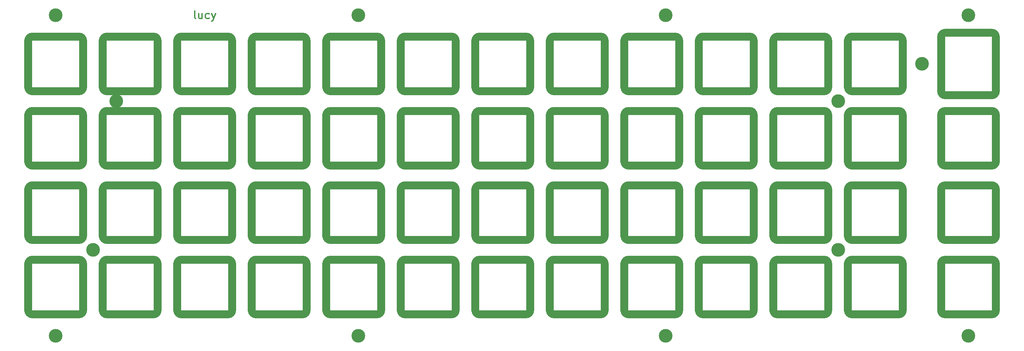
<source format=gbr>
G04 #@! TF.GenerationSoftware,KiCad,Pcbnew,(6.0.5-0)*
G04 #@! TF.CreationDate,2022-06-11T09:58:57-05:00*
G04 #@! TF.ProjectId,plate,706c6174-652e-46b6-9963-61645f706362,rev?*
G04 #@! TF.SameCoordinates,Original*
G04 #@! TF.FileFunction,Soldermask,Top*
G04 #@! TF.FilePolarity,Negative*
%FSLAX46Y46*%
G04 Gerber Fmt 4.6, Leading zero omitted, Abs format (unit mm)*
G04 Created by KiCad (PCBNEW (6.0.5-0)) date 2022-06-11 09:58:57*
%MOMM*%
%LPD*%
G01*
G04 APERTURE LIST*
%ADD10C,0.300000*%
%ADD11C,2.000000*%
%ADD12C,3.500000*%
G04 APERTURE END LIST*
D10*
X191786323Y-38409480D02*
X191595847Y-38314242D01*
X191500609Y-38123766D01*
X191500609Y-36409480D01*
X193405371Y-37076147D02*
X193405371Y-38409480D01*
X192548228Y-37076147D02*
X192548228Y-38123766D01*
X192643466Y-38314242D01*
X192833942Y-38409480D01*
X193119657Y-38409480D01*
X193310133Y-38314242D01*
X193405371Y-38219004D01*
X195214895Y-38314242D02*
X195024418Y-38409480D01*
X194643466Y-38409480D01*
X194452990Y-38314242D01*
X194357752Y-38219004D01*
X194262514Y-38028528D01*
X194262514Y-37457099D01*
X194357752Y-37266623D01*
X194452990Y-37171385D01*
X194643466Y-37076147D01*
X195024418Y-37076147D01*
X195214895Y-37171385D01*
X195881561Y-37076147D02*
X196357752Y-38409480D01*
X196833942Y-37076147D02*
X196357752Y-38409480D01*
X196167276Y-38885671D01*
X196072038Y-38980909D01*
X195881561Y-39076147D01*
D11*
X148972530Y-56006460D02*
X148972530Y-44006460D01*
X162972530Y-44006460D02*
X162972530Y-56006460D01*
X161972530Y-43006460D02*
X149972530Y-43006460D01*
X149972530Y-57006460D02*
X161972530Y-57006460D01*
X162972530Y-44006460D02*
G75*
G03*
X161972530Y-43006460I-1000000J0D01*
G01*
X148972530Y-56006460D02*
G75*
G03*
X149972530Y-57006460I999999J-1D01*
G01*
X149972530Y-43006460D02*
G75*
G03*
X148972530Y-44006460I-1J-999999D01*
G01*
X161972530Y-57006460D02*
G75*
G03*
X162972530Y-56006460I0J1000000D01*
G01*
X168022610Y-56006460D02*
X168022610Y-44006460D01*
X182022610Y-44006460D02*
X182022610Y-56006460D01*
X181022610Y-43006460D02*
X169022610Y-43006460D01*
X169022610Y-57006460D02*
X181022610Y-57006460D01*
X169022610Y-43006460D02*
G75*
G03*
X168022610Y-44006460I-1J-999999D01*
G01*
X182022610Y-44006460D02*
G75*
G03*
X181022610Y-43006460I-1000000J0D01*
G01*
X168022610Y-56006460D02*
G75*
G03*
X169022610Y-57006460I999999J-1D01*
G01*
X181022610Y-57006460D02*
G75*
G03*
X182022610Y-56006460I0J1000000D01*
G01*
X200072690Y-43006460D02*
X188072690Y-43006460D01*
X201072690Y-44006460D02*
X201072690Y-56006460D01*
X188072690Y-57006460D02*
X200072690Y-57006460D01*
X187072690Y-56006460D02*
X187072690Y-44006460D01*
X201072690Y-44006460D02*
G75*
G03*
X200072690Y-43006460I-1000000J0D01*
G01*
X200072690Y-57006460D02*
G75*
G03*
X201072690Y-56006460I0J1000000D01*
G01*
X188072690Y-43006460D02*
G75*
G03*
X187072690Y-44006460I-1J-999999D01*
G01*
X187072690Y-56006460D02*
G75*
G03*
X188072690Y-57006460I999999J-1D01*
G01*
X206122770Y-56006460D02*
X206122770Y-44006460D01*
X219122770Y-43006460D02*
X207122770Y-43006460D01*
X220122770Y-44006460D02*
X220122770Y-56006460D01*
X207122770Y-57006460D02*
X219122770Y-57006460D01*
X219122770Y-57006460D02*
G75*
G03*
X220122770Y-56006460I0J1000000D01*
G01*
X206122770Y-56006460D02*
G75*
G03*
X207122770Y-57006460I999999J-1D01*
G01*
X220122770Y-44006460D02*
G75*
G03*
X219122770Y-43006460I-1000000J0D01*
G01*
X207122770Y-43006460D02*
G75*
G03*
X206122770Y-44006460I-1J-999999D01*
G01*
X226172850Y-57006460D02*
X238172850Y-57006460D01*
X225172850Y-56006460D02*
X225172850Y-44006460D01*
X239172850Y-44006460D02*
X239172850Y-56006460D01*
X238172850Y-43006460D02*
X226172850Y-43006460D01*
X225172850Y-56006460D02*
G75*
G03*
X226172850Y-57006460I999999J-1D01*
G01*
X226172850Y-43006460D02*
G75*
G03*
X225172850Y-44006460I-1J-999999D01*
G01*
X238172850Y-57006460D02*
G75*
G03*
X239172850Y-56006460I0J1000000D01*
G01*
X239172850Y-44006460D02*
G75*
G03*
X238172850Y-43006460I-1000000J0D01*
G01*
X321423250Y-57006460D02*
X333423250Y-57006460D01*
X334423250Y-44006460D02*
X334423250Y-56006460D01*
X320423250Y-56006460D02*
X320423250Y-44006460D01*
X333423250Y-43006460D02*
X321423250Y-43006460D01*
X333423250Y-57006460D02*
G75*
G03*
X334423250Y-56006460I0J1000000D01*
G01*
X320423250Y-56006460D02*
G75*
G03*
X321423250Y-57006460I999999J-1D01*
G01*
X334423250Y-44006460D02*
G75*
G03*
X333423250Y-43006460I-1000000J0D01*
G01*
X321423250Y-43006460D02*
G75*
G03*
X320423250Y-44006460I-1J-999999D01*
G01*
X352473330Y-43006460D02*
X340473330Y-43006460D01*
X340473330Y-57006460D02*
X352473330Y-57006460D01*
X353473330Y-44006460D02*
X353473330Y-56006460D01*
X339473330Y-56006460D02*
X339473330Y-44006460D01*
X339473330Y-56006460D02*
G75*
G03*
X340473330Y-57006460I999999J-1D01*
G01*
X340473330Y-43006460D02*
G75*
G03*
X339473330Y-44006460I-1J-999999D01*
G01*
X353473330Y-44006460D02*
G75*
G03*
X352473330Y-43006460I-1000000J0D01*
G01*
X352473330Y-57006460D02*
G75*
G03*
X353473330Y-56006460I0J1000000D01*
G01*
X148972530Y-75056540D02*
X148972530Y-63056540D01*
X162972530Y-63056540D02*
X162972530Y-75056540D01*
X149972530Y-76056540D02*
X161972530Y-76056540D01*
X161972530Y-62056540D02*
X149972530Y-62056540D01*
X148972530Y-75056540D02*
G75*
G03*
X149972530Y-76056540I999999J-1D01*
G01*
X161972530Y-76056540D02*
G75*
G03*
X162972530Y-75056540I0J1000000D01*
G01*
X149972530Y-62056540D02*
G75*
G03*
X148972530Y-63056540I-1J-999999D01*
G01*
X162972530Y-63056540D02*
G75*
G03*
X161972530Y-62056540I-1000000J0D01*
G01*
X201072690Y-63056540D02*
X201072690Y-75056540D01*
X200072690Y-62056540D02*
X188072690Y-62056540D01*
X187072690Y-75056540D02*
X187072690Y-63056540D01*
X188072690Y-76056540D02*
X200072690Y-76056540D01*
X201072690Y-63056540D02*
G75*
G03*
X200072690Y-62056540I-1000000J0D01*
G01*
X187072690Y-75056540D02*
G75*
G03*
X188072690Y-76056540I999999J-1D01*
G01*
X188072690Y-62056540D02*
G75*
G03*
X187072690Y-63056540I-1J-999999D01*
G01*
X200072690Y-76056540D02*
G75*
G03*
X201072690Y-75056540I0J1000000D01*
G01*
X239172850Y-63056540D02*
X239172850Y-75056540D01*
X225172850Y-75056540D02*
X225172850Y-63056540D01*
X238172850Y-62056540D02*
X226172850Y-62056540D01*
X226172850Y-76056540D02*
X238172850Y-76056540D01*
X239172850Y-63056540D02*
G75*
G03*
X238172850Y-62056540I-1000000J0D01*
G01*
X238172850Y-76056540D02*
G75*
G03*
X239172850Y-75056540I0J1000000D01*
G01*
X225172850Y-75056540D02*
G75*
G03*
X226172850Y-76056540I999999J-1D01*
G01*
X226172850Y-62056540D02*
G75*
G03*
X225172850Y-63056540I-1J-999999D01*
G01*
X244222930Y-75056540D02*
X244222930Y-63056540D01*
X245222930Y-76056540D02*
X257222930Y-76056540D01*
X258222930Y-63056540D02*
X258222930Y-75056540D01*
X257222930Y-62056540D02*
X245222930Y-62056540D01*
X258222930Y-63056540D02*
G75*
G03*
X257222930Y-62056540I-1000000J0D01*
G01*
X245222930Y-62056540D02*
G75*
G03*
X244222930Y-63056540I-1J-999999D01*
G01*
X257222930Y-76056540D02*
G75*
G03*
X258222930Y-75056540I0J1000000D01*
G01*
X244222930Y-75056540D02*
G75*
G03*
X245222930Y-76056540I999999J-1D01*
G01*
X277273010Y-63056540D02*
X277273010Y-75056540D01*
X264273010Y-76056540D02*
X276273010Y-76056540D01*
X263273010Y-75056540D02*
X263273010Y-63056540D01*
X276273010Y-62056540D02*
X264273010Y-62056540D01*
X276273010Y-76056540D02*
G75*
G03*
X277273010Y-75056540I0J1000000D01*
G01*
X264273010Y-62056540D02*
G75*
G03*
X263273010Y-63056540I-1J-999999D01*
G01*
X263273010Y-75056540D02*
G75*
G03*
X264273010Y-76056540I999999J-1D01*
G01*
X277273010Y-63056540D02*
G75*
G03*
X276273010Y-62056540I-1000000J0D01*
G01*
X283323090Y-76056540D02*
X295323090Y-76056540D01*
X295323090Y-62056540D02*
X283323090Y-62056540D01*
X296323090Y-63056540D02*
X296323090Y-75056540D01*
X282323090Y-75056540D02*
X282323090Y-63056540D01*
X296323090Y-63056540D02*
G75*
G03*
X295323090Y-62056540I-1000000J0D01*
G01*
X295323090Y-76056540D02*
G75*
G03*
X296323090Y-75056540I0J1000000D01*
G01*
X283323090Y-62056540D02*
G75*
G03*
X282323090Y-63056540I-1J-999999D01*
G01*
X282323090Y-75056540D02*
G75*
G03*
X283323090Y-76056540I999999J-1D01*
G01*
X315373170Y-63056540D02*
X315373170Y-75056540D01*
X301373170Y-75056540D02*
X301373170Y-63056540D01*
X302373170Y-76056540D02*
X314373170Y-76056540D01*
X314373170Y-62056540D02*
X302373170Y-62056540D01*
X301373170Y-75056540D02*
G75*
G03*
X302373170Y-76056540I999999J-1D01*
G01*
X314373170Y-76056540D02*
G75*
G03*
X315373170Y-75056540I0J1000000D01*
G01*
X315373170Y-63056540D02*
G75*
G03*
X314373170Y-62056540I-1000000J0D01*
G01*
X302373170Y-62056540D02*
G75*
G03*
X301373170Y-63056540I-1J-999999D01*
G01*
X321423250Y-76056540D02*
X333423250Y-76056540D01*
X333423250Y-62056540D02*
X321423250Y-62056540D01*
X320423250Y-75056540D02*
X320423250Y-63056540D01*
X334423250Y-63056540D02*
X334423250Y-75056540D01*
X333423250Y-76056540D02*
G75*
G03*
X334423250Y-75056540I0J1000000D01*
G01*
X320423250Y-75056540D02*
G75*
G03*
X321423250Y-76056540I999999J-1D01*
G01*
X334423250Y-63056540D02*
G75*
G03*
X333423250Y-62056540I-1000000J0D01*
G01*
X321423250Y-62056540D02*
G75*
G03*
X320423250Y-63056540I-1J-999999D01*
G01*
X339473330Y-75056540D02*
X339473330Y-63056540D01*
X353473330Y-63056540D02*
X353473330Y-75056540D01*
X340473330Y-76056540D02*
X352473330Y-76056540D01*
X352473330Y-62056540D02*
X340473330Y-62056540D01*
X339473330Y-75056540D02*
G75*
G03*
X340473330Y-76056540I999999J-1D01*
G01*
X340473330Y-62056540D02*
G75*
G03*
X339473330Y-63056540I-1J-999999D01*
G01*
X353473330Y-63056540D02*
G75*
G03*
X352473330Y-62056540I-1000000J0D01*
G01*
X352473330Y-76056540D02*
G75*
G03*
X353473330Y-75056540I0J1000000D01*
G01*
X371523410Y-62056540D02*
X359523410Y-62056540D01*
X372523410Y-63056540D02*
X372523410Y-75056540D01*
X358523410Y-75056540D02*
X358523410Y-63056540D01*
X359523410Y-76056540D02*
X371523410Y-76056540D01*
X358523410Y-75056540D02*
G75*
G03*
X359523410Y-76056540I999999J-1D01*
G01*
X372523410Y-63056540D02*
G75*
G03*
X371523410Y-62056540I-1000000J0D01*
G01*
X359523410Y-62056540D02*
G75*
G03*
X358523410Y-63056540I-1J-999999D01*
G01*
X371523410Y-76056540D02*
G75*
G03*
X372523410Y-75056540I0J1000000D01*
G01*
X149972530Y-95106620D02*
X161972530Y-95106620D01*
X162972530Y-82106620D02*
X162972530Y-94106620D01*
X161972530Y-81106620D02*
X149972530Y-81106620D01*
X148972530Y-94106620D02*
X148972530Y-82106620D01*
X149972530Y-81106620D02*
G75*
G03*
X148972530Y-82106620I-1J-999999D01*
G01*
X162972530Y-82106620D02*
G75*
G03*
X161972530Y-81106620I-1000000J0D01*
G01*
X148972530Y-94106620D02*
G75*
G03*
X149972530Y-95106620I999999J-1D01*
G01*
X161972530Y-95106620D02*
G75*
G03*
X162972530Y-94106620I0J1000000D01*
G01*
X181022610Y-81106620D02*
X169022610Y-81106620D01*
X182022610Y-82106620D02*
X182022610Y-94106620D01*
X168022610Y-94106620D02*
X168022610Y-82106620D01*
X169022610Y-95106620D02*
X181022610Y-95106620D01*
X181022610Y-95106620D02*
G75*
G03*
X182022610Y-94106620I0J1000000D01*
G01*
X168022610Y-94106620D02*
G75*
G03*
X169022610Y-95106620I999999J-1D01*
G01*
X182022610Y-82106620D02*
G75*
G03*
X181022610Y-81106620I-1000000J0D01*
G01*
X169022610Y-81106620D02*
G75*
G03*
X168022610Y-82106620I-1J-999999D01*
G01*
X200072690Y-81106620D02*
X188072690Y-81106620D01*
X188072690Y-95106620D02*
X200072690Y-95106620D01*
X201072690Y-82106620D02*
X201072690Y-94106620D01*
X187072690Y-94106620D02*
X187072690Y-82106620D01*
X188072690Y-81106620D02*
G75*
G03*
X187072690Y-82106620I-1J-999999D01*
G01*
X187072690Y-94106620D02*
G75*
G03*
X188072690Y-95106620I999999J-1D01*
G01*
X200072690Y-95106620D02*
G75*
G03*
X201072690Y-94106620I0J1000000D01*
G01*
X201072690Y-82106620D02*
G75*
G03*
X200072690Y-81106620I-1000000J0D01*
G01*
X207122770Y-95106620D02*
X219122770Y-95106620D01*
X206122770Y-94106620D02*
X206122770Y-82106620D01*
X219122770Y-81106620D02*
X207122770Y-81106620D01*
X220122770Y-82106620D02*
X220122770Y-94106620D01*
X220122770Y-82106620D02*
G75*
G03*
X219122770Y-81106620I-1000000J0D01*
G01*
X206122770Y-94106620D02*
G75*
G03*
X207122770Y-95106620I999999J-1D01*
G01*
X207122770Y-81106620D02*
G75*
G03*
X206122770Y-82106620I-1J-999999D01*
G01*
X219122770Y-95106620D02*
G75*
G03*
X220122770Y-94106620I0J1000000D01*
G01*
X226172850Y-95106620D02*
X238172850Y-95106620D01*
X225172850Y-94106620D02*
X225172850Y-82106620D01*
X239172850Y-82106620D02*
X239172850Y-94106620D01*
X238172850Y-81106620D02*
X226172850Y-81106620D01*
X226172850Y-81106620D02*
G75*
G03*
X225172850Y-82106620I-1J-999999D01*
G01*
X238172850Y-95106620D02*
G75*
G03*
X239172850Y-94106620I0J1000000D01*
G01*
X225172850Y-94106620D02*
G75*
G03*
X226172850Y-95106620I999999J-1D01*
G01*
X239172850Y-82106620D02*
G75*
G03*
X238172850Y-81106620I-1000000J0D01*
G01*
X258222930Y-82106620D02*
X258222930Y-94106620D01*
X245222930Y-95106620D02*
X257222930Y-95106620D01*
X257222930Y-81106620D02*
X245222930Y-81106620D01*
X244222930Y-94106620D02*
X244222930Y-82106620D01*
X258222930Y-82106620D02*
G75*
G03*
X257222930Y-81106620I-1000000J0D01*
G01*
X257222930Y-95106620D02*
G75*
G03*
X258222930Y-94106620I0J1000000D01*
G01*
X245222930Y-81106620D02*
G75*
G03*
X244222930Y-82106620I-1J-999999D01*
G01*
X244222930Y-94106620D02*
G75*
G03*
X245222930Y-95106620I999999J-1D01*
G01*
X263273010Y-94106620D02*
X263273010Y-82106620D01*
X264273010Y-95106620D02*
X276273010Y-95106620D01*
X277273010Y-82106620D02*
X277273010Y-94106620D01*
X276273010Y-81106620D02*
X264273010Y-81106620D01*
X277273010Y-82106620D02*
G75*
G03*
X276273010Y-81106620I-1000000J0D01*
G01*
X264273010Y-81106620D02*
G75*
G03*
X263273010Y-82106620I-1J-999999D01*
G01*
X276273010Y-95106620D02*
G75*
G03*
X277273010Y-94106620I0J1000000D01*
G01*
X263273010Y-94106620D02*
G75*
G03*
X264273010Y-95106620I999999J-1D01*
G01*
X295323090Y-81106620D02*
X283323090Y-81106620D01*
X282323090Y-94106620D02*
X282323090Y-82106620D01*
X296323090Y-82106620D02*
X296323090Y-94106620D01*
X283323090Y-95106620D02*
X295323090Y-95106620D01*
X282323090Y-94106620D02*
G75*
G03*
X283323090Y-95106620I999999J-1D01*
G01*
X296323090Y-82106620D02*
G75*
G03*
X295323090Y-81106620I-1000000J0D01*
G01*
X295323090Y-95106620D02*
G75*
G03*
X296323090Y-94106620I0J1000000D01*
G01*
X283323090Y-81106620D02*
G75*
G03*
X282323090Y-82106620I-1J-999999D01*
G01*
X314373170Y-81106620D02*
X302373170Y-81106620D01*
X302373170Y-95106620D02*
X314373170Y-95106620D01*
X301373170Y-94106620D02*
X301373170Y-82106620D01*
X315373170Y-82106620D02*
X315373170Y-94106620D01*
X314373170Y-95106620D02*
G75*
G03*
X315373170Y-94106620I0J1000000D01*
G01*
X301373170Y-94106620D02*
G75*
G03*
X302373170Y-95106620I999999J-1D01*
G01*
X302373170Y-81106620D02*
G75*
G03*
X301373170Y-82106620I-1J-999999D01*
G01*
X315373170Y-82106620D02*
G75*
G03*
X314373170Y-81106620I-1000000J0D01*
G01*
X320423250Y-94106620D02*
X320423250Y-82106620D01*
X321423250Y-95106620D02*
X333423250Y-95106620D01*
X334423250Y-82106620D02*
X334423250Y-94106620D01*
X333423250Y-81106620D02*
X321423250Y-81106620D01*
X320423250Y-94106620D02*
G75*
G03*
X321423250Y-95106620I999999J-1D01*
G01*
X334423250Y-82106620D02*
G75*
G03*
X333423250Y-81106620I-1000000J0D01*
G01*
X333423250Y-95106620D02*
G75*
G03*
X334423250Y-94106620I0J1000000D01*
G01*
X321423250Y-81106620D02*
G75*
G03*
X320423250Y-82106620I-1J-999999D01*
G01*
X353473330Y-82106620D02*
X353473330Y-94106620D01*
X352473330Y-81106620D02*
X340473330Y-81106620D01*
X340473330Y-95106620D02*
X352473330Y-95106620D01*
X339473330Y-94106620D02*
X339473330Y-82106620D01*
X339473330Y-94106620D02*
G75*
G03*
X340473330Y-95106620I999999J-1D01*
G01*
X353473330Y-82106620D02*
G75*
G03*
X352473330Y-81106620I-1000000J0D01*
G01*
X340473330Y-81106620D02*
G75*
G03*
X339473330Y-82106620I-1J-999999D01*
G01*
X352473330Y-95106620D02*
G75*
G03*
X353473330Y-94106620I0J1000000D01*
G01*
X359523410Y-95106620D02*
X371523410Y-95106620D01*
X372523410Y-82106620D02*
X372523410Y-94106620D01*
X371523410Y-81106620D02*
X359523410Y-81106620D01*
X358523410Y-94106620D02*
X358523410Y-82106620D01*
X371523410Y-95106620D02*
G75*
G03*
X372523410Y-94106620I0J1000000D01*
G01*
X359523410Y-81106620D02*
G75*
G03*
X358523410Y-82106620I-1J-999999D01*
G01*
X372523410Y-82106620D02*
G75*
G03*
X371523410Y-81106620I-1000000J0D01*
G01*
X358523410Y-94106620D02*
G75*
G03*
X359523410Y-95106620I999999J-1D01*
G01*
X181022610Y-100156700D02*
X169022610Y-100156700D01*
X182022610Y-101156700D02*
X182022610Y-113156700D01*
X168022610Y-113156700D02*
X168022610Y-101156700D01*
X169022610Y-114156700D02*
X181022610Y-114156700D01*
X182022610Y-101156700D02*
G75*
G03*
X181022610Y-100156700I-1000000J0D01*
G01*
X168022610Y-113156700D02*
G75*
G03*
X169022610Y-114156700I999999J-1D01*
G01*
X181022610Y-114156700D02*
G75*
G03*
X182022610Y-113156700I0J1000000D01*
G01*
X169022610Y-100156700D02*
G75*
G03*
X168022610Y-101156700I-1J-999999D01*
G01*
X200072690Y-100156700D02*
X188072690Y-100156700D01*
X188072690Y-114156700D02*
X200072690Y-114156700D01*
X201072690Y-101156700D02*
X201072690Y-113156700D01*
X187072690Y-113156700D02*
X187072690Y-101156700D01*
X188072690Y-100156700D02*
G75*
G03*
X187072690Y-101156700I-1J-999999D01*
G01*
X187072690Y-113156700D02*
G75*
G03*
X188072690Y-114156700I999999J-1D01*
G01*
X201072690Y-101156700D02*
G75*
G03*
X200072690Y-100156700I-1000000J0D01*
G01*
X200072690Y-114156700D02*
G75*
G03*
X201072690Y-113156700I0J1000000D01*
G01*
X206122770Y-113156700D02*
X206122770Y-101156700D01*
X219122770Y-100156700D02*
X207122770Y-100156700D01*
X220122770Y-101156700D02*
X220122770Y-113156700D01*
X207122770Y-114156700D02*
X219122770Y-114156700D01*
X219122770Y-114156700D02*
G75*
G03*
X220122770Y-113156700I0J1000000D01*
G01*
X220122770Y-101156700D02*
G75*
G03*
X219122770Y-100156700I-1000000J0D01*
G01*
X206122770Y-113156700D02*
G75*
G03*
X207122770Y-114156700I999999J-1D01*
G01*
X207122770Y-100156700D02*
G75*
G03*
X206122770Y-101156700I-1J-999999D01*
G01*
X225172850Y-113156700D02*
X225172850Y-101156700D01*
X226172850Y-114156700D02*
X238172850Y-114156700D01*
X238172850Y-100156700D02*
X226172850Y-100156700D01*
X239172850Y-101156700D02*
X239172850Y-113156700D01*
X225172850Y-113156700D02*
G75*
G03*
X226172850Y-114156700I999999J-1D01*
G01*
X238172850Y-114156700D02*
G75*
G03*
X239172850Y-113156700I0J1000000D01*
G01*
X239172850Y-101156700D02*
G75*
G03*
X238172850Y-100156700I-1000000J0D01*
G01*
X226172850Y-100156700D02*
G75*
G03*
X225172850Y-101156700I-1J-999999D01*
G01*
X257222930Y-100156700D02*
X245222930Y-100156700D01*
X258222930Y-101156700D02*
X258222930Y-113156700D01*
X245222930Y-114156700D02*
X257222930Y-114156700D01*
X244222930Y-113156700D02*
X244222930Y-101156700D01*
X257222930Y-114156700D02*
G75*
G03*
X258222930Y-113156700I0J1000000D01*
G01*
X258222930Y-101156700D02*
G75*
G03*
X257222930Y-100156700I-1000000J0D01*
G01*
X244222930Y-113156700D02*
G75*
G03*
X245222930Y-114156700I999999J-1D01*
G01*
X245222930Y-100156700D02*
G75*
G03*
X244222930Y-101156700I-1J-999999D01*
G01*
X263273010Y-113156700D02*
X263273010Y-101156700D01*
X264273010Y-114156700D02*
X276273010Y-114156700D01*
X277273010Y-101156700D02*
X277273010Y-113156700D01*
X276273010Y-100156700D02*
X264273010Y-100156700D01*
X276273010Y-114156700D02*
G75*
G03*
X277273010Y-113156700I0J1000000D01*
G01*
X277273010Y-101156700D02*
G75*
G03*
X276273010Y-100156700I-1000000J0D01*
G01*
X264273010Y-100156700D02*
G75*
G03*
X263273010Y-101156700I-1J-999999D01*
G01*
X263273010Y-113156700D02*
G75*
G03*
X264273010Y-114156700I999999J-1D01*
G01*
X296323090Y-101156700D02*
X296323090Y-113156700D01*
X283323090Y-114156700D02*
X295323090Y-114156700D01*
X295323090Y-100156700D02*
X283323090Y-100156700D01*
X282323090Y-113156700D02*
X282323090Y-101156700D01*
X282323090Y-113156700D02*
G75*
G03*
X283323090Y-114156700I999999J-1D01*
G01*
X283323090Y-100156700D02*
G75*
G03*
X282323090Y-101156700I-1J-999999D01*
G01*
X295323090Y-114156700D02*
G75*
G03*
X296323090Y-113156700I0J1000000D01*
G01*
X296323090Y-101156700D02*
G75*
G03*
X295323090Y-100156700I-1000000J0D01*
G01*
X301373170Y-113156700D02*
X301373170Y-101156700D01*
X315373170Y-101156700D02*
X315373170Y-113156700D01*
X302373170Y-114156700D02*
X314373170Y-114156700D01*
X314373170Y-100156700D02*
X302373170Y-100156700D01*
X301373170Y-113156700D02*
G75*
G03*
X302373170Y-114156700I999999J-1D01*
G01*
X302373170Y-100156700D02*
G75*
G03*
X301373170Y-101156700I-1J-999999D01*
G01*
X314373170Y-114156700D02*
G75*
G03*
X315373170Y-113156700I0J1000000D01*
G01*
X315373170Y-101156700D02*
G75*
G03*
X314373170Y-100156700I-1000000J0D01*
G01*
X334423250Y-101156700D02*
X334423250Y-113156700D01*
X333423250Y-100156700D02*
X321423250Y-100156700D01*
X320423250Y-113156700D02*
X320423250Y-101156700D01*
X321423250Y-114156700D02*
X333423250Y-114156700D01*
X333423250Y-114156700D02*
G75*
G03*
X334423250Y-113156700I0J1000000D01*
G01*
X334423250Y-101156700D02*
G75*
G03*
X333423250Y-100156700I-1000000J0D01*
G01*
X321423250Y-100156700D02*
G75*
G03*
X320423250Y-101156700I-1J-999999D01*
G01*
X320423250Y-113156700D02*
G75*
G03*
X321423250Y-114156700I999999J-1D01*
G01*
X339473330Y-113160000D02*
X339473330Y-101160000D01*
X340473330Y-114160000D02*
X352473330Y-114160000D01*
X353473330Y-101160000D02*
X353473330Y-113160000D01*
X352473330Y-100160000D02*
X340473330Y-100160000D01*
X353473330Y-101160000D02*
G75*
G03*
X352473330Y-100160000I-1000000J0D01*
G01*
X339473330Y-113160000D02*
G75*
G03*
X340473330Y-114160000I999999J-1D01*
G01*
X352473330Y-114160000D02*
G75*
G03*
X353473330Y-113160000I0J1000000D01*
G01*
X340473330Y-100160000D02*
G75*
G03*
X339473330Y-101160000I-1J-999999D01*
G01*
X372523410Y-101156700D02*
X372523410Y-113156700D01*
X358523410Y-113156700D02*
X358523410Y-101156700D01*
X371523410Y-100156700D02*
X359523410Y-100156700D01*
X359523410Y-114156700D02*
X371523410Y-114156700D01*
X358523410Y-113156700D02*
G75*
G03*
X359523410Y-114156700I999999J-1D01*
G01*
X371523410Y-114156700D02*
G75*
G03*
X372523410Y-113156700I0J1000000D01*
G01*
X372523410Y-101156700D02*
G75*
G03*
X371523410Y-100156700I-1000000J0D01*
G01*
X359523410Y-100156700D02*
G75*
G03*
X358523410Y-101156700I-1J-999999D01*
G01*
X161972530Y-100156700D02*
X149972530Y-100156700D01*
X148972530Y-113156700D02*
X148972530Y-101156700D01*
X162972530Y-101156700D02*
X162972530Y-113156700D01*
X149972530Y-114156700D02*
X161972530Y-114156700D01*
X162972530Y-101156700D02*
G75*
G03*
X161972530Y-100156700I-1000000J0D01*
G01*
X149972530Y-100156700D02*
G75*
G03*
X148972530Y-101156700I-1J-999999D01*
G01*
X148972530Y-113156700D02*
G75*
G03*
X149972530Y-114156700I999999J-1D01*
G01*
X161972530Y-114156700D02*
G75*
G03*
X162972530Y-113156700I0J1000000D01*
G01*
X181022610Y-62056540D02*
X169022610Y-62056540D01*
X169022610Y-76056540D02*
X181022610Y-76056540D01*
X182022610Y-63056540D02*
X182022610Y-75056540D01*
X168022610Y-75056540D02*
X168022610Y-63056540D01*
X181022610Y-76056540D02*
G75*
G03*
X182022610Y-75056540I0J1000000D01*
G01*
X182022610Y-63056540D02*
G75*
G03*
X181022610Y-62056540I-1000000J0D01*
G01*
X168022610Y-75056540D02*
G75*
G03*
X169022610Y-76056540I999999J-1D01*
G01*
X169022610Y-62056540D02*
G75*
G03*
X168022610Y-63056540I-1J-999999D01*
G01*
X382335890Y-94106428D02*
X382335890Y-82106428D01*
X396335890Y-82106428D02*
X396335890Y-94106428D01*
X383335890Y-95106428D02*
X395335890Y-95106428D01*
X395335890Y-81106428D02*
X383335890Y-81106428D01*
X396335890Y-82106428D02*
G75*
G03*
X395335890Y-81106428I-1000000J0D01*
G01*
X382335890Y-94106428D02*
G75*
G03*
X383335890Y-95106428I999999J-1D01*
G01*
X383335890Y-81106428D02*
G75*
G03*
X382335890Y-82106428I-1J-999999D01*
G01*
X395335890Y-95106428D02*
G75*
G03*
X396335890Y-94106428I0J1000000D01*
G01*
X382335890Y-75056444D02*
X382335890Y-63056444D01*
X383335890Y-76056444D02*
X395335890Y-76056444D01*
X395335890Y-62056444D02*
X383335890Y-62056444D01*
X396335890Y-63056444D02*
X396335890Y-75056444D01*
X382335890Y-75056444D02*
G75*
G03*
X383335890Y-76056444I999999J-1D01*
G01*
X395335890Y-76056444D02*
G75*
G03*
X396335890Y-75056444I0J1000000D01*
G01*
X396335890Y-63056444D02*
G75*
G03*
X395335890Y-62056444I-1000000J0D01*
G01*
X383335890Y-62056444D02*
G75*
G03*
X382335890Y-63056444I-1J-999999D01*
G01*
X396336010Y-57031460D02*
X396336010Y-43031460D01*
X395328903Y-58031460D02*
X383343117Y-58031460D01*
X383343117Y-42031461D02*
X395328903Y-42031460D01*
X382343117Y-43031460D02*
X382343117Y-57031460D01*
X395328903Y-58031460D02*
G75*
G03*
X396328903Y-57031460I1J999999D01*
G01*
X396328903Y-43031460D02*
G75*
G03*
X395328903Y-42031460I-999999J1D01*
G01*
X383343117Y-42031467D02*
G75*
G03*
X382343117Y-43031461I-7J-999993D01*
G01*
X382343110Y-57031460D02*
G75*
G03*
X383343117Y-58031460I1000000J0D01*
G01*
X358523410Y-56006460D02*
X358523410Y-44006460D01*
X371523410Y-43006460D02*
X359523410Y-43006460D01*
X372523410Y-44006460D02*
X372523410Y-56006460D01*
X359523410Y-57006460D02*
X371523410Y-57006460D01*
X372523410Y-44006460D02*
G75*
G03*
X371523410Y-43006460I-1000000J0D01*
G01*
X359523410Y-43006460D02*
G75*
G03*
X358523410Y-44006460I-1J-999999D01*
G01*
X371523410Y-57006460D02*
G75*
G03*
X372523410Y-56006460I0J1000000D01*
G01*
X358523410Y-56006460D02*
G75*
G03*
X359523410Y-57006460I999999J-1D01*
G01*
X382336010Y-113156700D02*
X382336010Y-101156700D01*
X395336010Y-100156700D02*
X383336010Y-100156700D01*
X383336010Y-114156700D02*
X395336010Y-114156700D01*
X396336010Y-101156700D02*
X396336010Y-113156700D01*
X382336010Y-113156700D02*
G75*
G03*
X383336010Y-114156700I999999J-1D01*
G01*
X383336010Y-100156700D02*
G75*
G03*
X382336010Y-101156700I-1J-999999D01*
G01*
X395336010Y-114156700D02*
G75*
G03*
X396336010Y-113156700I0J1000000D01*
G01*
X396336010Y-101156700D02*
G75*
G03*
X395336010Y-100156700I-1000000J0D01*
G01*
X206122770Y-75056540D02*
X206122770Y-63056540D01*
X219122770Y-62056540D02*
X207122770Y-62056540D01*
X207122770Y-76056540D02*
X219122770Y-76056540D01*
X220122770Y-63056540D02*
X220122770Y-75056540D01*
X219122770Y-76056540D02*
G75*
G03*
X220122770Y-75056540I0J1000000D01*
G01*
X220122770Y-63056540D02*
G75*
G03*
X219122770Y-62056540I-1000000J0D01*
G01*
X207122770Y-62056540D02*
G75*
G03*
X206122770Y-63056540I-1J-999999D01*
G01*
X206122770Y-75056540D02*
G75*
G03*
X207122770Y-76056540I999999J-1D01*
G01*
X257223314Y-43006460D02*
X245223314Y-43006460D01*
X244223314Y-56006460D02*
X244223314Y-44006460D01*
X245223314Y-57006460D02*
X257223314Y-57006460D01*
X258223314Y-44006460D02*
X258223314Y-56006460D01*
X258223314Y-44006460D02*
G75*
G03*
X257223314Y-43006460I-1000000J0D01*
G01*
X244223314Y-56006460D02*
G75*
G03*
X245223314Y-57006460I999999J-1D01*
G01*
X245223314Y-43006460D02*
G75*
G03*
X244223314Y-44006460I-1J-999999D01*
G01*
X257223314Y-57006460D02*
G75*
G03*
X258223314Y-56006460I0J1000000D01*
G01*
X263273330Y-56006460D02*
X263273330Y-44006460D01*
X277273330Y-44006460D02*
X277273330Y-56006460D01*
X276273330Y-43006460D02*
X264273330Y-43006460D01*
X264273330Y-57006460D02*
X276273330Y-57006460D01*
X277273330Y-44006460D02*
G75*
G03*
X276273330Y-43006460I-1000000J0D01*
G01*
X264273330Y-43006460D02*
G75*
G03*
X263273330Y-44006460I-1J-999999D01*
G01*
X276273330Y-57006460D02*
G75*
G03*
X277273330Y-56006460I0J1000000D01*
G01*
X263273330Y-56006460D02*
G75*
G03*
X264273330Y-57006460I999999J-1D01*
G01*
X296323346Y-44006460D02*
X296323346Y-56006460D01*
X295323346Y-43006460D02*
X283323346Y-43006460D01*
X283323346Y-57006460D02*
X295323346Y-57006460D01*
X282323346Y-56006460D02*
X282323346Y-44006460D01*
X295323346Y-57006460D02*
G75*
G03*
X296323346Y-56006460I0J1000000D01*
G01*
X296323346Y-44006460D02*
G75*
G03*
X295323346Y-43006460I-1000000J0D01*
G01*
X282323346Y-56006460D02*
G75*
G03*
X283323346Y-57006460I999999J-1D01*
G01*
X283323346Y-43006460D02*
G75*
G03*
X282323346Y-44006460I-1J-999999D01*
G01*
X315373362Y-44006460D02*
X315373362Y-56006460D01*
X301373362Y-56006460D02*
X301373362Y-44006460D01*
X314373362Y-43006460D02*
X302373362Y-43006460D01*
X302373362Y-57006460D02*
X314373362Y-57006460D01*
X302373362Y-43006460D02*
G75*
G03*
X301373362Y-44006460I-1J-999999D01*
G01*
X314373362Y-57006460D02*
G75*
G03*
X315373362Y-56006460I0J1000000D01*
G01*
X315373362Y-44006460D02*
G75*
G03*
X314373362Y-43006460I-1000000J0D01*
G01*
X301373362Y-56006460D02*
G75*
G03*
X302373362Y-57006460I999999J-1D01*
G01*
D12*
X233362696Y-37504719D03*
X171450144Y-59531300D03*
X355997174Y-59531300D03*
X377429670Y-50006460D03*
X311944012Y-37504719D03*
X389334702Y-37504719D03*
X155972006Y-37504719D03*
X389334702Y-119657745D03*
X233362696Y-119657745D03*
X155972006Y-119657745D03*
X311944012Y-119657745D03*
X355997174Y-97631332D03*
X165497014Y-97631332D03*
M02*

</source>
